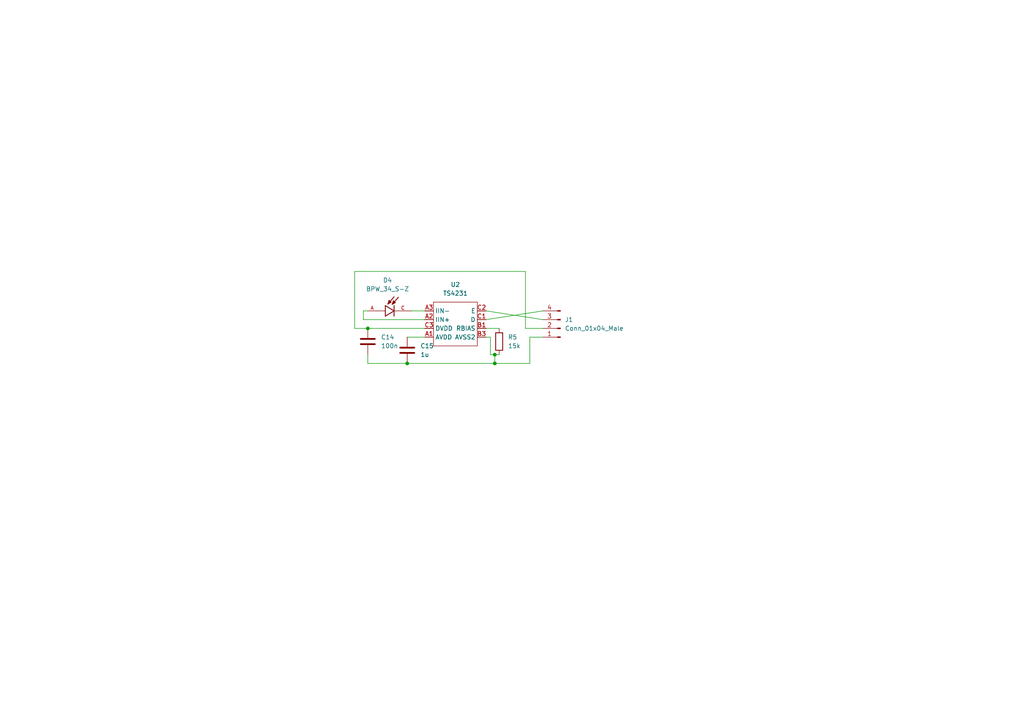
<source format=kicad_sch>
(kicad_sch (version 20211123) (generator eeschema)
  (paper "A4")
  (lib_symbols
    (symbol "BPW34:BPW_34_S-Z" (pin_names (offset 1.016) hide)
      (property "Reference" "D" (at -3.0988 4.4958 0))
      (property "Value" "BPW_34_S-Z" (at -3.556 -3.302 0))
      (symbol "BPW_34_S-Z_0_0"
        (polyline (pts (xy -2.54 -1.524) (xy 0 0)) (stroke (width 0.254)))
        (polyline (pts (xy -2.54 0) (xy -5.08 0)) (stroke (width 0.1524)))
        (polyline (pts (xy -2.54 0) (xy -2.54 -1.524)) (stroke (width 0.254)))
        (polyline (pts (xy -2.54 1.524) (xy -2.54 0)) (stroke (width 0.254)))
        (polyline (pts (xy -1.778 2.032) (xy -1.4478 2.9972)) (stroke (width 0.254)))
        (polyline (pts (xy -1.778 2.032) (xy 0 4.064)) (stroke (width 0.254)))
        (polyline (pts (xy -1.4732 2.2606) (xy -1.3462 2.2606)) (stroke (width 0.254)))
        (polyline (pts (xy -1.4478 2.9972) (xy -1.4732 2.2606)) (stroke (width 0.254)))
        (polyline (pts (xy -1.4478 2.9972) (xy -0.889 2.5146)) (stroke (width 0.254)))
        (polyline (pts (xy -1.0668 2.5908) (xy -1.2954 2.4384)) (stroke (width 0.254)))
        (polyline (pts (xy -0.889 2.5146) (xy -1.778 2.032)) (stroke (width 0.254)))
        (polyline (pts (xy -0.5334 1.9304) (xy -0.2032 2.8956)) (stroke (width 0.254)))
        (polyline (pts (xy -0.5334 1.9304) (xy 1.2446 3.9624)) (stroke (width 0.254)))
        (polyline (pts (xy -0.2286 2.159) (xy -0.1016 2.159)) (stroke (width 0.254)))
        (polyline (pts (xy -0.2032 2.8956) (xy -0.2286 2.159)) (stroke (width 0.254)))
        (polyline (pts (xy -0.2032 2.8956) (xy 0.3556 2.413)) (stroke (width 0.254)))
        (polyline (pts (xy 0 0) (xy -2.54 1.524)) (stroke (width 0.254)))
        (polyline (pts (xy 0 1.524) (xy 0 -1.524)) (stroke (width 0.254)))
        (polyline (pts (xy 0.1778 2.4892) (xy -0.0508 2.3368)) (stroke (width 0.254)))
        (polyline (pts (xy 0.3556 2.413) (xy -0.5334 1.9304)) (stroke (width 0.254)))
        (pin passive line (at -7.62 0 0) (length 2.54) (name "~") (number "A"))
        (pin passive line (at 5.08 0 180) (length 5.08) (name "~") (number "C"))
      )
    )
    (symbol "Connector:Conn_01x04_Male" (pin_names (offset 1.016) hide)
      (property "Reference" "J" (at 0 5.08 0))
      (property "Value" "Conn_01x04_Male" (at 0 -7.62 0))
      (symbol "Conn_01x04_Male_1_1"
        (polyline (pts (xy 1.27 -5.08) (xy 0.8636 -5.08)) (stroke (width 0.1524)))
        (polyline (pts (xy 1.27 -2.54) (xy 0.8636 -2.54)) (stroke (width 0.1524)))
        (polyline (pts (xy 1.27 0) (xy 0.8636 0)) (stroke (width 0.1524)))
        (polyline (pts (xy 1.27 2.54) (xy 0.8636 2.54)) (stroke (width 0.1524)))
        (rectangle (start 0.8636 -4.953) (end 0 -5.207) (stroke (width 0.1524)) (fill (type outline)))
        (rectangle (start 0.8636 -2.413) (end 0 -2.667) (stroke (width 0.1524)) (fill (type outline)))
        (rectangle (start 0.8636 0.127) (end 0 -0.127) (stroke (width 0.1524)) (fill (type outline)))
        (rectangle (start 0.8636 2.667) (end 0 2.413) (stroke (width 0.1524)) (fill (type outline)))
        (pin passive line (at 5.08 2.54 180) (length 3.81) (name "Pin_1") (number "1"))
        (pin passive line (at 5.08 0 180) (length 3.81) (name "Pin_2") (number "2"))
        (pin passive line (at 5.08 -2.54 180) (length 3.81) (name "Pin_3") (number "3"))
        (pin passive line (at 5.08 -5.08 180) (length 3.81) (name "Pin_4") (number "4"))
      )
    )
    (symbol "Custom:TS4231"
      (property "Reference" "U" (at 0 7.62 0))
      (property "Value" "TS4231" (at 0 -7.62 0))
      (symbol "TS4231_0_1"
        (rectangle (start -6.35 6.35) (end 6.35 -6.35))
      )
      (symbol "TS4231_1_1"
        (pin power_in line (at -8.89 -3.81 0) (length 2.54) (name "AVDD") (number "A1"))
        (pin input line (at -8.89 1.27 0) (length 2.54) (name "IIN+") (number "A2"))
        (pin input line (at -8.89 3.81 0) (length 2.54) (name "IIN-") (number "A3"))
        (pin power_in line (at 8.89 -1.27 180) (length 2.54) (name "RBIAS") (number "B1"))
        (pin power_in line (at 8.89 -3.81 180) (length 2.54) hide (name "AVSS1") (number "B2"))
        (pin power_in line (at 8.89 -3.81 180) (length 2.54) (name "AVSS2") (number "B3"))
        (pin bidirectional line (at 8.89 1.27 180) (length 2.54) (name "D") (number "C1"))
        (pin bidirectional line (at 8.89 3.81 180) (length 2.54) (name "E") (number "C2"))
        (pin power_in line (at -8.89 -1.27 0) (length 2.54) (name "DVDD") (number "C3"))
      )
    )
    (symbol "Device:C" (pin_numbers hide) (pin_names (offset 0.254))
      (property "Reference" "C" (at 0.635 2.54 0))
      (property "Value" "C" (at 0.635 -2.54 0))
      (symbol "C_0_1"
        (polyline (pts (xy -2.032 -0.762) (xy 2.032 -0.762)) (stroke (width 0.508)))
        (polyline (pts (xy -2.032 0.762) (xy 2.032 0.762)) (stroke (width 0.508)))
      )
      (symbol "C_1_1"
        (pin passive line (at 0 3.81 270) (length 2.794) (name "~") (number "1"))
        (pin passive line (at 0 -3.81 90) (length 2.794) (name "~") (number "2"))
      )
    )
    (symbol "Device:R" (pin_numbers hide) (pin_names (offset 0))
      (property "Reference" "R" (at 2.032 0 90))
      (property "Value" "R" (at 0 0 90))
      (symbol "R_0_1"
        (rectangle (start -1.016 -2.54) (end 1.016 2.54) (stroke (width 0.254)))
      )
      (symbol "R_1_1"
        (pin passive line (at 0 3.81 270) (length 1.27) (name "~") (number "1"))
        (pin passive line (at 0 -3.81 90) (length 1.27) (name "~") (number "2"))
      )
    )
  )
  (junction (at 143.51 102.87))
  (junction (at 106.68 95.25))
  (junction (at 143.51 105.41))
  (junction (at 118.11 105.41))
  (wire (pts (xy 142.24 102.87) (xy 143.51 102.87)))
  (wire (pts (xy 105.41 90.17) (xy 105.41 92.71)))
  (wire (pts (xy 157.48 95.25) (xy 152.4 95.25)))
  (wire (pts (xy 140.97 92.71) (xy 157.48 90.17)))
  (wire (pts (xy 142.24 97.79) (xy 142.24 102.87)))
  (wire (pts (xy 157.48 92.71) (xy 140.97 90.17)))
  (wire (pts (xy 140.97 95.25) (xy 144.78 95.25)))
  (wire (pts (xy 102.87 78.74) (xy 102.87 95.25)))
  (wire (pts (xy 153.67 97.79) (xy 153.67 105.41)))
  (wire (pts (xy 157.48 97.79) (xy 153.67 97.79)))
  (wire (pts (xy 106.68 105.41) (xy 118.11 105.41)))
  (wire (pts (xy 106.68 95.25) (xy 123.19 95.25)))
  (wire (pts (xy 106.68 90.17) (xy 105.41 90.17)))
  (wire (pts (xy 105.41 92.71) (xy 123.19 92.71)))
  (wire (pts (xy 153.67 105.41) (xy 143.51 105.41)))
  (wire (pts (xy 143.51 105.41) (xy 143.51 102.87)))
  (wire (pts (xy 152.4 78.74) (xy 102.87 78.74)))
  (wire (pts (xy 119.38 90.17) (xy 123.19 90.17)))
  (wire (pts (xy 152.4 95.25) (xy 152.4 78.74)))
  (wire (pts (xy 106.68 102.87) (xy 106.68 105.41)))
  (wire (pts (xy 102.87 95.25) (xy 106.68 95.25)))
  (wire (pts (xy 140.97 97.79) (xy 142.24 97.79)))
  (wire (pts (xy 123.19 97.79) (xy 118.11 97.79)))
  (wire (pts (xy 143.51 102.87) (xy 144.78 102.87)))
  (wire (pts (xy 118.11 105.41) (xy 143.51 105.41)))
  (symbol (lib_id "Custom:TS4231") (at 132.08 93.98 0) (unit 1)
    (property "Reference" "U2" (at 132.08 82.55 0))
    (property "Value" "TS4231" (at 132.08 85.09 0))
    (property "Footprint" "Library:TS4231 WLCSP9" (effects hide))
  )
  (symbol (lib_id "BPW34:BPW_34_S-Z") (at 114.3 90.17 0) (unit 1)
    (property "Reference" "D4" (at 112.4077 81.28 0))
    (property "Value" "BPW_34_S-Z" (at 112.4077 83.82 0))
    (property "Footprint" "DIO_BPW_34_S-Z" (effects hide))
    (property "MANUFACTURER" "OSRAM" (effects hide))
    (property "STANDARD" "Manufacturer Recommendations" (effects hide))
    (property "PARTREV" "1.5" (effects hide))
  )
  (symbol (lib_id "Device:C") (at 118.11 101.6 0) (unit 1)
    (property "Reference" "C15" (at 121.92 100.3299 0) (effects (justify left)))
    (property "Value" "1u" (at 121.92 102.8699 0) (effects (justify left)))
    (property "Footprint" "Capacitor_SMD:C_0603_1608Metric" (effects hide))
  )
  (symbol (lib_id "Device:C") (at 106.68 99.06 0) (unit 1)
    (property "Reference" "C14" (at 110.49 97.7899 0) (effects (justify left)))
    (property "Value" "100n" (at 110.49 100.3299 0) (effects (justify left)))
    (property "Footprint" "Capacitor_SMD:C_0603_1608Metric" (effects hide))
  )
  (symbol (lib_id "Device:R") (at 144.78 99.06 180) (unit 1)
    (property "Reference" "R5" (at 147.32 97.7899 0) (effects (justify right)))
    (property "Value" "15k" (at 147.32 100.3299 0) (effects (justify right)))
    (property "Footprint" "Resistor_SMD:R_0603_1608Metric" (effects hide))
  )
  (symbol (lib_id "Connector:Conn_01x04_Male") (at 162.56 95.25 180) (unit 1)
    (property "Reference" "J1" (at 163.83 92.7099 0) (effects (justify right)))
    (property "Value" "Conn_01x04_Male" (at 163.83 95.2499 0) (effects (justify right)))
    (property "Footprint" "Connector_PinHeader_2.54mm:PinHeader_1x04_P2.54mm_Horizontal" (effects hide))
  )
)
</source>
